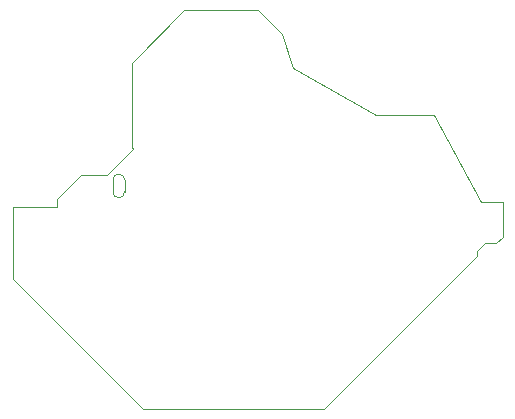
<source format=gbr>
%TF.GenerationSoftware,KiCad,Pcbnew,8.0.0*%
%TF.CreationDate,2024-06-13T19:53:01+09:00*%
%TF.ProjectId,GCCPro_Flexible_board,47434350-726f-45f4-966c-657869626c65,rev?*%
%TF.SameCoordinates,Original*%
%TF.FileFunction,Profile,NP*%
%FSLAX46Y46*%
G04 Gerber Fmt 4.6, Leading zero omitted, Abs format (unit mm)*
G04 Created by KiCad (PCBNEW 8.0.0) date 2024-06-13 19:53:01*
%MOMM*%
%LPD*%
G01*
G04 APERTURE LIST*
%TA.AperFunction,Profile*%
%ADD10C,0.100000*%
%TD*%
%TA.AperFunction,Profile*%
%ADD11C,0.050000*%
%TD*%
G04 APERTURE END LIST*
D10*
X123208500Y-103021500D02*
G75*
G02*
X122208500Y-103021500I-500000J0D01*
G01*
X122208500Y-102021500D02*
G75*
G02*
X123208500Y-102021500I500000J0D01*
G01*
X122208500Y-103021500D02*
X122208500Y-102021500D01*
X123208500Y-103021500D02*
X123208500Y-102021500D01*
D11*
X136493267Y-89696267D02*
X137448217Y-92501500D01*
X144448500Y-96541500D01*
X149358095Y-96541500D01*
X153373162Y-103911500D01*
X155208500Y-103911500D01*
X155208500Y-106861500D01*
X154668500Y-107401500D01*
X153678500Y-107401500D01*
X153048500Y-108031500D01*
X153048500Y-108431500D01*
X140088500Y-121391500D01*
X124738500Y-121391500D01*
X113718500Y-110371500D01*
X113718500Y-104331500D01*
X117508500Y-104331500D01*
X117508500Y-103601500D01*
X119538500Y-101571500D01*
X121708500Y-101571500D01*
X123908500Y-99371500D01*
X123798500Y-99261500D01*
X123798500Y-92081500D01*
X128218500Y-87661500D01*
X134458500Y-87661500D01*
X136493267Y-89696267D01*
M02*

</source>
